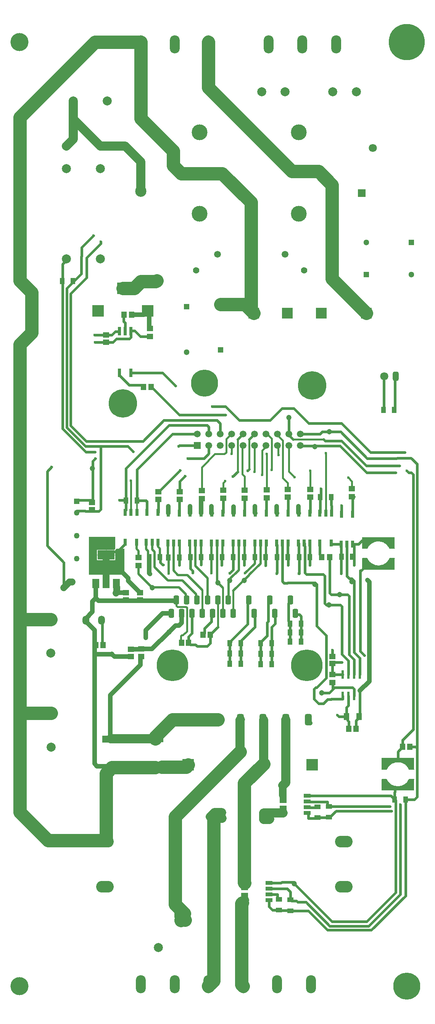
<source format=gtl>
%FSTAX23Y23*%
%MOIN*%
%SFA1B1*%

%IPPOS*%
%AMD102*
4,1,8,0.029500,-0.034400,0.029500,0.034400,0.014800,0.049200,-0.014800,0.049200,-0.029500,0.034400,-0.029500,-0.034400,-0.014800,-0.049200,0.014800,-0.049200,0.029500,-0.034400,0.0*
1,1,0.029528,0.014800,-0.034400*
1,1,0.029528,0.014800,0.034400*
1,1,0.029528,-0.014800,0.034400*
1,1,0.029528,-0.014800,-0.034400*
%
%AMD103*
4,1,8,0.023600,-0.027600,0.023600,0.027600,0.011800,0.039400,-0.011800,0.039400,-0.023600,0.027600,-0.023600,-0.027600,-0.011800,-0.039400,0.011800,-0.039400,0.023600,-0.027600,0.0*
1,1,0.023622,0.011800,-0.027600*
1,1,0.023622,0.011800,0.027600*
1,1,0.023622,-0.011800,0.027600*
1,1,0.023622,-0.011800,-0.027600*
%
%AMD107*
4,1,8,0.025600,-0.026600,0.025600,0.026600,0.012800,0.039400,-0.012800,0.039400,-0.025600,0.026600,-0.025600,-0.026600,-0.012800,-0.039400,0.012800,-0.039400,0.025600,-0.026600,0.0*
1,1,0.025591,0.012800,-0.026600*
1,1,0.025591,0.012800,0.026600*
1,1,0.025591,-0.012800,0.026600*
1,1,0.025591,-0.012800,-0.026600*
%
%ADD13C,0.023622*%
%ADD15C,0.005905*%
%ADD17C,0.011811*%
%ADD27R,0.021968X0.077559*%
%ADD54C,0.050000*%
%ADD55R,0.050000X0.050000*%
%ADD66R,0.039370X0.055118*%
%ADD67R,0.275590X0.019685*%
%ADD68R,0.055118X0.039370*%
%ADD69C,0.047244*%
%ADD70R,0.051181X0.055118*%
%ADD71R,0.055118X0.051181*%
%ADD72R,0.053150X0.045275*%
%ADD73R,0.047244X0.064960*%
%ADD74R,0.143701X0.062992*%
%ADD75R,0.045275X0.053150*%
%ADD76R,0.031496X0.059055*%
%ADD77R,0.031496X0.074803*%
%ADD78R,0.062992X0.033465*%
%ADD79R,0.062992X0.049212*%
%ADD80R,0.062992X0.047244*%
%ADD81R,0.149606X0.078740*%
%ADD82R,0.059055X0.078740*%
%ADD83C,0.019685*%
%ADD84C,0.039370*%
%ADD85C,0.118110*%
%ADD86C,0.078740*%
%ADD87C,0.015748*%
%ADD88C,0.059055*%
%ADD89C,0.066929*%
%ADD90R,0.059055X0.059055*%
%ADD91C,0.059055*%
%ADD92C,0.078740*%
%ADD93C,0.070866*%
%ADD94R,0.070866X0.070866*%
%ADD95C,0.248031*%
%ADD96R,0.094488X0.094488*%
%ADD97R,0.098425X0.098425*%
%ADD98C,0.051181*%
%ADD99R,0.051181X0.051181*%
%ADD100O,0.086614X0.157480*%
%ADD101C,0.275590*%
G04~CAMADD=102~8~0.0~0.0~984.3~590.6~147.6~0.0~15~0.0~0.0~0.0~0.0~0~0.0~0.0~0.0~0.0~0~0.0~0.0~0.0~270.0~590.0~984.0*
%ADD102D102*%
G04~CAMADD=103~8~0.0~0.0~787.4~472.4~118.1~0.0~15~0.0~0.0~0.0~0.0~0~0.0~0.0~0.0~0.0~0~0.0~0.0~0.0~270.0~474.0~788.0*
%ADD103D103*%
%ADD104R,0.051181X0.051181*%
%ADD105C,0.056102*%
%ADD106C,0.137795*%
G04~CAMADD=107~8~0.0~0.0~787.4~511.8~128.0~0.0~15~0.0~0.0~0.0~0.0~0~0.0~0.0~0.0~0.0~0~0.0~0.0~0.0~270.0~513.0~788.0*
%ADD107D107*%
%ADD108O,0.153543X0.102362*%
%ADD109C,0.236220*%
%ADD110C,0.314960*%
%ADD111C,0.157480*%
%ADD112O,0.059055X0.078740*%
%ADD113C,0.098425*%
%ADD114C,0.023622*%
%ADD115C,0.039370*%
%LNservo_pwr-1*%
%LPD*%
G36*
X03003Y03854D02*
X0296D01*
X02956Y03866*
X02944Y03877*
X0294Y03885*
X02929Y03893*
X02917Y03901*
X02901Y03909*
X02889Y03913*
X02874Y03917*
X0285*
X02834Y03913*
X02822Y03909*
X02807Y03901*
X02795Y03893*
X02783Y03885*
X02779Y03877*
X02767Y03866*
X02763Y03854*
X0272*
Y03952*
X03003*
Y03854*
G37*
G36*
Y03669D02*
X0272D01*
Y03767*
X02763*
X02767Y03755*
X02779Y03744*
X02783Y03736*
X02795Y03728*
X02807Y0372*
X02822Y03712*
X02834Y03708*
X0285Y03704*
X02874*
X02889Y03708*
X02901Y03712*
X02917Y0372*
X02929Y03728*
X0294Y03736*
X02944Y03744*
X02956Y03755*
X0296Y03767*
X03003*
Y03669*
G37*
G36*
X00562Y03858D02*
Y03853D01*
Y0385*
X00555Y03841*
X00552*
X00486*
Y03799*
X00564*
Y03833*
Y03838*
Y03841*
X00571Y0385*
X00574*
X00641*
Y03736*
Y03625*
X00334*
Y03956*
X00562*
Y03858*
G37*
G36*
X03173Y01929D02*
X03129D01*
X03125Y0194*
X03114Y01952*
X0311Y0196*
X03098Y01968*
X03086Y01976*
X0307Y01984*
X03059Y01988*
X03043Y01992*
X03019*
X03003Y01988*
X02992Y01984*
X02976Y01976*
X02964Y01968*
X02952Y0196*
X02948Y01952*
X02937Y0194*
X02933Y01929*
X02889*
Y02027*
X03173*
Y01929*
G37*
G36*
Y01744D02*
X02889D01*
Y01842*
X02933*
X02937Y0183*
X02948Y01818*
X02952Y01811*
X02964Y01803*
X02976Y01795*
X02992Y01787*
X03003Y01783*
X03019Y01779*
X03043*
X03059Y01783*
X0307Y01787*
X03086Y01795*
X03098Y01803*
X0311Y01811*
X03114Y01818*
X03125Y0183*
X03129Y01842*
X03173*
Y01744*
G37*
%LNservo_pwr-2*%
%LPC*%
G36*
X00481Y03841D02*
X00404D01*
Y03799*
X00481*
Y03841*
G37*
G36*
X00564Y03794D02*
X00486D01*
Y03752*
X00564*
Y03794*
G37*
G36*
X00481D02*
X00404D01*
Y03752*
X00481*
Y03794*
G37*
%LNservo_pwr-3*%
%LPD*%
G54D13*
X0208Y03555D02*
D01*
X02072Y03554*
X02063Y03553*
X02059Y03553*
X00173Y06074D02*
X00312Y06214D01*
X00173Y04926D02*
Y06074D01*
X00312Y06214D02*
Y06387D01*
X03Y05062D02*
X03005Y05068D01*
Y05348*
X03011Y05354*
X02905Y05062D02*
X02909Y05066D01*
Y0535*
X02913Y05354*
X0265Y02568D02*
Y02627D01*
X02637Y02641D02*
X0265Y02627D01*
X0248Y02641D02*
X02637D01*
X03074Y02185D02*
X03165Y02275D01*
X03074Y02124D02*
Y02185D01*
X03165Y02275D02*
Y04497D01*
X01578Y04751D02*
X01579Y04752D01*
X02539Y04791D02*
X02755Y04574D01*
X03047*
X02433Y0487D02*
X02531D01*
X02369D02*
X02433D01*
X03098Y00826D02*
Y01665D01*
X01834Y02844D02*
Y02935D01*
Y03029D02*
D01*
Y02935D02*
Y03029D01*
X02251Y04944D02*
X02539D01*
X02791Y04692D02*
X03094D01*
X02539Y04944D02*
X02791Y04692D01*
X01917Y04972D02*
X02019Y05074D01*
X02122D02*
X02251Y04944D01*
X02019Y05074D02*
X02122D01*
X01527Y0509D02*
X01645Y04972D01*
X01409Y0509D02*
X01527D01*
X01645Y04972D02*
X01917D01*
X0311Y04531D02*
X03126Y04514D01*
X03148*
X03165Y04497*
X03031Y02009D02*
Y0208D01*
X03074Y02124*
X01393Y03027D02*
Y03102D01*
X01366Y03D02*
X01393Y03027D01*
X01279Y03D02*
X01366D01*
X01204Y03029D02*
Y03031D01*
Y03029D02*
X01218Y03015D01*
X01263*
X01279Y03*
X03051Y00838D02*
Y01622D01*
X02775Y00562D02*
X03051Y00838D01*
X03003Y01673D02*
Y01728D01*
Y01665D02*
Y01673D01*
X02996Y01681D02*
X03003Y01673D01*
X02988Y01681D02*
X02996D01*
X0297Y01698D02*
X02988Y01681D01*
X0224Y01698D02*
X0297D01*
X02927Y01761D02*
X03009D01*
X02925Y01759D02*
X02927Y01761D01*
X02492Y01566D02*
X02976D01*
X02437Y01511D02*
X02492Y01566D01*
X03011Y00854D02*
Y01657D01*
X02759Y00602D02*
X03011Y00854D01*
X03003Y01665D02*
X03011Y01657D01*
X02429Y01511D02*
X02437D01*
X00511Y03824D02*
X0058D01*
X00484Y03797D02*
X00511Y03824D01*
X00649Y03893D02*
Y03907D01*
X0058Y03824D02*
X00649Y03893D01*
X02448Y0423D02*
Y04303D01*
Y0423D02*
X02453Y04225D01*
X02352Y04301D02*
X02354Y04303D01*
X02352Y04165D02*
Y04301D01*
X0235Y04163D02*
X02352Y04165D01*
X02354Y04303D02*
X02358Y04307D01*
Y04374*
X00653Y04275D02*
X00657Y04271D01*
X00598Y04275D02*
X00653D01*
X00449Y03018D02*
X00456Y03011D01*
X00449Y03018D02*
Y03221D01*
X00442Y03228D02*
X00449Y03221D01*
X01204Y03031D02*
Y03086D01*
X01232Y03114D02*
Y03287D01*
X01204Y03086D02*
X01232Y03114D01*
X01393Y03102D02*
Y03104D01*
X01458Y03169*
X01401Y03275D02*
X01413Y03287D01*
X01401Y03216D02*
Y03275D01*
X0133Y03102D02*
X01344Y03116D01*
Y03159*
X01401Y03216*
X02079Y04843D02*
Y04995D01*
X02078Y04996D02*
X02079Y04995D01*
X01121Y05019D02*
X01527D01*
X01631Y04804D02*
X01679Y04852D01*
X0159Y0448D02*
X01631Y04521D01*
X01125Y04349D02*
Y04437D01*
X01173Y04484*
X00944Y04349D02*
X0113Y04534D01*
X0172Y04531D02*
X01733Y04544D01*
Y04806D02*
X01779Y04852D01*
X0094Y04349D02*
X00944D01*
X02228Y00771D02*
X02437Y00562D01*
X02157Y00771D02*
X02228D01*
X02437Y00562D02*
X02775D01*
X02094Y00696D02*
X02248D01*
X02417Y00527D02*
X02799D01*
X02248Y00696D02*
X02417Y00527D01*
X02114Y00944D02*
X02456Y00602D01*
X02759*
X02018Y00944D02*
X02114D01*
X02799Y00527D02*
X03098Y00826D01*
X02179Y04752D02*
X02184Y04748D01*
X02527*
X02759Y04515D02*
X03011D01*
X02527Y04748D02*
X02759Y04515D01*
X02429Y01606D02*
X02964D01*
X02423D02*
X02429D01*
X02415Y01614D02*
X02423Y01606D01*
X02415Y01614D02*
Y01645D01*
X0225Y015D02*
X0233D01*
Y01507D02*
X02332Y01509D01*
X02427*
X02429Y01511*
X01992Y007D02*
X01994Y00698D01*
X02092*
X02094Y00696*
X01937Y007D02*
X01992D01*
X01905Y00732D02*
X01937Y007D01*
X01905Y00732D02*
Y00787D01*
Y00837D02*
X01978D01*
X01986Y00795D02*
X01992D01*
X01978Y00803D02*
X01986Y00795D01*
X01978Y00803D02*
Y00837D01*
X02382Y04806D02*
X02397Y04791D01*
X02539*
X02079Y04843D02*
X02116Y04806D01*
X02094Y00791D02*
X02102Y00783D01*
X02145*
X02157Y00771*
X02094Y00791D02*
Y00858D01*
X02065Y00887D02*
X02094Y00858D01*
X01905Y00887D02*
X02065D01*
X01905Y00937D02*
X0201D01*
X02018Y00944*
X02179Y04852D02*
X02351D01*
X02369Y0487*
X02763Y04637D02*
X02898D01*
X02531Y0487D02*
X02763Y04637D01*
X03147Y04643D02*
X032Y0459D01*
X02898Y04637D02*
X0302D01*
X03026Y04643*
X03147*
X032Y02112D02*
Y0459D01*
Y01688D02*
Y02112D01*
X03137Y02125D02*
X03186D01*
X032Y02112*
X03177Y01665D02*
X032Y01688D01*
X03098Y01665D02*
X03177D01*
X03003Y01728D02*
X03007Y01732D01*
Y01759*
X03009Y01761*
X03031*
X02515Y02389D02*
X02582D01*
X02503Y02401D02*
X02515Y02389D01*
X026Y02486D02*
Y02568D01*
X02582Y02468D02*
X026Y02486D01*
X02582Y02389D02*
Y02468D01*
X027Y02567D02*
X027Y02568D01*
X027Y02397D02*
Y02567D01*
X02692Y02389D02*
X027Y02397D01*
X0224Y01648D02*
X02243Y01645D01*
X02415*
X0224Y01548D02*
X02245D01*
X0225Y01543*
Y015D02*
Y01543D01*
X0224Y01598D02*
X02242Y01596D01*
X02328*
X0233Y01594*
X00876Y05259D02*
Y05263D01*
Y05259D02*
X00887Y05249D01*
X00891*
X01121Y05019*
X00808Y05263D02*
Y05267D01*
X00797Y05278D02*
X00808Y05267D01*
X00793Y05278D02*
X00797D01*
X00792Y05279D02*
X00793Y05278D01*
X00683Y05279D02*
X00792D01*
X00598Y05364D02*
Y05385D01*
Y05364D02*
X00683Y05279D01*
X01082D02*
D01*
X0109Y05271D01*
X00976Y05385D02*
X01082Y05279D01*
X007Y05385D02*
X00976D01*
X00101Y04899D02*
Y06333D01*
Y04899D02*
X00306Y04694D01*
X00137Y0637D02*
Y06377D01*
X00101Y06333D02*
X00137Y0637D01*
X00637Y05892D02*
X00638Y05893D01*
X00637Y05833D02*
Y05892D01*
X00649Y05748D02*
Y05821D01*
X00637Y05833D02*
X00649Y05821D01*
X007Y05748D02*
X00704Y05751D01*
X00733*
X00783Y05701*
X00866*
X00173Y04926D02*
X0031Y04789D01*
X00139Y04908D02*
Y06123D01*
Y04908D02*
X00304Y04744D01*
X00139Y06123D02*
X00265Y06249D01*
X00384Y05715D02*
X00481D01*
X00385Y05651D02*
X0048D01*
X00481Y05652*
X00436Y04194D02*
Y04744D01*
X00265Y06398D02*
X0027Y06403D01*
X00265Y06249D02*
Y06398D01*
X00312Y06387D02*
X00436Y0651D01*
X00366Y04279D02*
Y04615D01*
X00226Y04275D02*
X00361D01*
X00304Y04177D02*
X00418D01*
X00226Y0418D02*
X003D01*
X00306Y04694D02*
X00386D01*
X-00032Y04525D02*
X00006Y04564D01*
X0027Y06403D02*
Y06479D01*
X00372Y0658*
X0031Y04789D02*
X00805D01*
X00304Y04744D02*
X00436D01*
X00114Y03511D02*
Y03733D01*
X-00032Y03879D02*
X00114Y03733D01*
X-00032Y03879D02*
Y04525D01*
X00481Y05652D02*
X00544D01*
X007Y05695D02*
Y05748D01*
X00686Y05682D02*
X007Y05695D01*
X00573Y05682D02*
X00686D01*
X00544Y05652D02*
X00573Y05682D01*
X00596Y05746D02*
X00598Y05748D01*
X00564Y05746D02*
X00596D01*
X00481Y05715D02*
X00534D01*
X00564Y05746*
X02637Y04153D02*
Y04293D01*
X02648Y04304*
X02649*
X02263Y04163D02*
X02265Y04165D01*
Y04298*
X02267Y043*
X02072Y04164D02*
X02073Y04163D01*
X02072Y04164D02*
Y04298D01*
X0207Y043D02*
X02072Y04298D01*
X01883Y04163D02*
X01884Y04164D01*
Y04295*
X01885Y04296*
X01693Y04163D02*
X01693Y04163D01*
X01693Y04163D02*
Y04291D01*
X01692Y04292D02*
X01693Y04291D01*
X01503Y04163D02*
X01505Y04165D01*
Y0429*
X01507Y04292*
X00837Y04266D02*
X00838Y04265D01*
X00832Y04271D02*
X00837Y04266D01*
X00838Y04167D02*
Y04265D01*
X02452Y04163D02*
Y04224D01*
X02453Y04225*
X02539Y04153D02*
X0254Y04154D01*
Y04229*
X00751Y04271D02*
X00832D01*
X01123Y04163D02*
X01124Y04164D01*
Y04279*
X01125Y0428*
X00937Y04167D02*
X00938Y04169D01*
Y04278*
X0094Y0428*
X00436Y04744D02*
X00674D01*
X003Y0418D02*
X00304Y04177D01*
X00418D02*
X00436Y04194D01*
X00361Y04275D02*
X00366Y04279D01*
Y04615D02*
X00389Y04638D01*
X01195Y04639D02*
X01338D01*
X00657Y04551D02*
X01033Y04927D01*
X00657Y04271D02*
Y04551D01*
X00751Y04271D02*
Y0454D01*
X01063Y04852*
X00657Y04188D02*
Y04271D01*
X01379Y04681D02*
Y04752D01*
X01338Y04639D02*
X01379Y04681D01*
X00436Y0651D02*
Y06528D01*
X00674Y04744D02*
X00718Y04699D01*
X00986Y0497D02*
X01452D01*
X00805Y04789D02*
X00986Y0497D01*
X01479Y04852D02*
Y04943D01*
X01452Y0497D02*
X01479Y04943D01*
X01033Y04927D02*
X01366D01*
X01379Y04852D02*
Y04913D01*
X01366Y04927D02*
X01379Y04913D01*
X01122Y04752D02*
X01279D01*
X01115Y04745D02*
X01122Y04752D01*
X01063Y04852D02*
X01279D01*
X00649Y04181D02*
X00657Y04188D01*
X00649Y04167D02*
Y04181D01*
X0207Y03779D02*
X02071Y03778D01*
Y03708D02*
Y03778D01*
X01875D02*
X01875Y03779D01*
X01875Y03705D02*
Y03778D01*
X01688Y03779D02*
X01689Y03778D01*
Y03708D02*
Y03778D01*
X01494Y03777D02*
X01496Y03779D01*
X01494Y03708D02*
Y03777D01*
X01312Y03779D02*
X01314Y0378D01*
X01312Y03711D02*
Y03779D01*
X01122Y03708D02*
Y03775D01*
X00975Y03712D02*
X00981D01*
X00954Y03779D02*
X00956Y03777D01*
Y03731D02*
Y03777D01*
Y03731D02*
X00975Y03712D01*
X02263Y03707D02*
Y03779D01*
Y03707D02*
D01*
X02169Y03636D02*
Y03779D01*
X02167Y03634D02*
X02169Y03636D01*
X01976Y0364D02*
Y03779D01*
X01971Y03635D02*
X01976Y0364D01*
X01594Y03669D02*
Y03779D01*
X01564Y03639D02*
X01594Y03669D01*
X0122Y03678D02*
Y03779D01*
X01239Y0364D02*
Y03659D01*
X0122Y03678D02*
X01239Y03659D01*
X02535Y03635D02*
Y03893D01*
X02448Y03897D02*
Y03903D01*
Y03897D02*
X02452Y03893D01*
X02535*
X0235Y038D02*
Y03903D01*
Y038D02*
X02367Y03783D01*
Y03779D02*
Y03783D01*
X02263Y03779D02*
Y03903D01*
Y03779D02*
D01*
X02165Y03783D02*
Y03899D01*
X02161Y03903D02*
X02165Y03899D01*
Y03783D02*
X02169Y03779D01*
X02212Y03903D02*
X02216Y03899D01*
Y03874D02*
Y03899D01*
Y03874D02*
X02219Y03871D01*
Y03643D02*
Y03871D01*
Y03643D02*
X02233Y03629D01*
X02379*
X02429Y03362D02*
X02529D01*
X02407D02*
X02429D01*
X02449Y03452D02*
X02592D01*
X02436Y03466D02*
Y03779D01*
Y03466D02*
X02449Y03452D01*
X02592D02*
X02606Y03438D01*
Y02929D02*
Y03438D01*
X02393Y03376D02*
Y03616D01*
X02543Y02933D02*
Y03348D01*
X02393Y03376D02*
X02407Y03362D01*
X02529D02*
X02543Y03348D01*
X02322Y03177D02*
Y03541D01*
X02104Y03555D02*
X02308D01*
X02322Y03541*
X02022Y03567D02*
Y03903D01*
X02036Y03553D02*
X02059D01*
X02022Y03567D02*
X02036Y03553D01*
X02322Y03177D02*
X02405Y03094D01*
X0208Y03555D02*
X02104D01*
X02379Y03629D02*
X02393Y03616D01*
X02543Y02933D02*
X026Y02875D01*
Y02754D02*
Y02875D01*
X02606Y02929D02*
X0265Y02884D01*
Y02754D02*
Y02884D01*
X02608Y0359D02*
X02629D01*
X02586Y03612D02*
Y03893D01*
Y03612D02*
X02608Y0359D01*
X02629D02*
X02649Y0357D01*
Y02948D02*
Y0357D01*
X027Y02754D02*
Y02897D01*
X02649Y02948D02*
X027Y02897D01*
X0246Y0285D02*
X02472Y02862D01*
X02543*
X02702Y03661D02*
X02712D01*
X02702Y02958D02*
X0274Y02921D01*
X02702Y02958D02*
Y03661D01*
X02738Y03687D02*
X02862D01*
X02712Y03661D02*
X02738Y03687D01*
X02633Y03889D02*
X02649Y03874D01*
Y03708D02*
Y03874D01*
X02797Y03935D02*
X02862D01*
X02783Y03921D02*
X02797Y03935D01*
X02637Y03893D02*
X02689D01*
X02717Y03921*
X02783*
X0207Y03779D02*
Y039D01*
X01976Y03779D02*
Y03884D01*
X01971Y03889D02*
X01976Y03884D01*
X01971Y03889D02*
Y03903D01*
X02322Y02641D02*
X02405Y02724D01*
Y03094*
X02299Y02543D02*
Y02627D01*
X02313Y02641*
X02322*
X02338Y02503D02*
X02381D01*
X02299Y02543D02*
X02338Y02503D01*
X02381D02*
X02417Y02539D01*
X02448*
X0255Y02542D02*
Y02568D01*
X0255Y02541D02*
X0255Y02542D01*
X0245Y02541D02*
X0255D01*
X02448Y02539D02*
X0245Y02541D01*
X02665Y02283D02*
Y02353D01*
X02692Y0238*
Y02389*
X02582D02*
X02594Y02377D01*
Y02354D02*
Y02377D01*
Y02354D02*
X02602Y02346D01*
Y02283D02*
Y02346D01*
X0246Y02913D02*
Y02968D01*
Y02754D02*
Y0285D01*
X02366Y02594D02*
X02433D01*
X02462Y02624*
X0248Y02641*
X02462Y02624D02*
Y02684D01*
X027Y02568D02*
Y02614D01*
X0246Y02754D02*
X0255D01*
Y02755*
X0246Y02686D02*
X02462Y02684D01*
X0255Y02754D02*
Y02755D01*
X0255Y02755D02*
X0255Y02755D01*
X02633Y03889D02*
X02637Y03893D01*
X0172Y03196D02*
Y03395D01*
X01572Y03049D02*
X0172Y03196D01*
Y03395D02*
X0173Y03405D01*
X01572Y03037D02*
Y03049D01*
X01564Y03029D02*
X01572Y03037D01*
X01564Y02938D02*
Y03029D01*
X01659Y02938D02*
Y03029D01*
X01667Y03037D02*
Y03055D01*
X01659Y02848D02*
Y02938D01*
X01781Y03169D02*
Y03281D01*
X01667Y03055D02*
X01781Y03169D01*
X01659Y03029D02*
X01667Y03037D01*
X01899Y03218D02*
Y03393D01*
X01889Y03208D02*
X01899Y03218D01*
Y03393D02*
X01911Y03405D01*
X01834Y03037D02*
X01889Y03092D01*
Y03208*
X01564Y02848D02*
Y02938D01*
X01775Y03287D02*
X01781Y03281D01*
X01834Y03029D02*
Y03037D01*
X01956Y03287D02*
X01958Y03285D01*
Y03198D02*
Y03285D01*
X01929Y03029D02*
Y03169D01*
X01958Y03198*
X01929Y02935D02*
Y03029D01*
Y02844D02*
Y02935D01*
Y03029D02*
D01*
X02076Y0322D02*
X0209Y03206D01*
Y0312D02*
Y03206D01*
X02076Y0322D02*
Y03374D01*
X02092Y03389*
Y03405*
X0209Y03041D02*
Y0312D01*
X02185Y03198D02*
Y03263D01*
X02137Y03287D02*
X02147Y03277D01*
X02171*
X02185Y03263*
Y0312D02*
Y03198D01*
Y03041D02*
Y0312D01*
G54D15*
X03031Y01778D02*
D01*
X03038Y01778*
X03046Y01779*
X03053Y0178*
X03061Y01782*
X03068Y01784*
X03075Y01787*
X03081Y0179*
X03088Y01794*
X03094Y01798*
X031Y01803*
X03106Y01808*
X03111Y01813*
X03116Y01819*
X0312Y01825*
X03124Y01832*
X03128Y01838*
X03129Y01842*
X02933D02*
D01*
X02936Y01835*
X0294Y01829*
X02944Y01823*
X02948Y01817*
X02953Y01811*
X02959Y01806*
X02964Y01801*
X0297Y01796*
X02977Y01792*
X02983Y01789*
X0299Y01786*
X02997Y01783*
X03005Y01781*
X03012Y0178*
X03019Y01778*
X03027Y01778*
X03031Y01778*
X03129Y01929D02*
D01*
X03126Y01935*
X03122Y01942*
X03118Y01948*
X03114Y01954*
X03109Y0196*
X03103Y01965*
X03098Y0197*
X03092Y01974*
X03085Y01978*
X03079Y01982*
X03072Y01985*
X03065Y01987*
X03057Y0199*
X0305Y01991*
X03043Y01992*
X03035Y01993*
X03031Y01993*
D01*
X03023Y01993*
X03016Y01992*
X03009Y01991*
X03001Y01989*
X02994Y01986*
X02987Y01984*
X02981Y0198*
X02974Y01977*
X02968Y01972*
X02962Y01968*
X02956Y01963*
X02951Y01957*
X02946Y01952*
X02942Y01945*
X02938Y01939*
X02934Y01932*
X02933Y01929*
X02862Y03918D02*
D01*
X02854Y03918*
X02847Y03917*
X02839Y03916*
X02832Y03914*
X02825Y03912*
X02818Y03909*
X02811Y03905*
X02805Y03902*
X02798Y03898*
X02793Y03893*
X02787Y03888*
X02782Y03882*
X02777Y03877*
X02773Y03871*
X02769Y03864*
X02765Y03858*
X02763Y03854*
X0296D02*
D01*
X02957Y03861*
X02953Y03867*
X02949Y03873*
X02944Y03879*
X02939Y03885*
X02934Y0389*
X02928Y03895*
X02922Y03899*
X02916Y03903*
X02909Y03907*
X02902Y0391*
X02895Y03913*
X02888Y03915*
X02881Y03916*
X02873Y03917*
X02866Y03918*
X02862Y03918*
X02763Y03767D02*
D01*
X02767Y0376*
X0277Y03754*
X02774Y03748*
X02779Y03742*
X02784Y03736*
X02789Y03731*
X02795Y03726*
X02801Y03722*
X02808Y03718*
X02814Y03714*
X02821Y03711*
X02828Y03708*
X02835Y03706*
X02843Y03705*
X0285Y03704*
X02857Y03703*
X02862Y03703*
D01*
X02869Y03703*
X02877Y03704*
X02884Y03705*
X02891Y03707*
X02898Y03709*
X02905Y03712*
X02912Y03716*
X02919Y03719*
X02925Y03724*
X02931Y03728*
X02936Y03733*
X02942Y03739*
X02946Y03744*
X02951Y0375*
X02955Y03757*
X02958Y03763*
X0296Y03767*
X02891Y01842D02*
X02933D01*
X03129D02*
X03171D01*
X02891Y01929D02*
X02933D01*
X03129D02*
X03171D01*
X0296Y03767D02*
X03001D01*
X02722D02*
X02763D01*
X02722Y03854D02*
X02763D01*
X0296D02*
X03001D01*
G54D17*
X00751Y04167D02*
Y04271D01*
D01*
G54D27*
X0255Y02568D03*
X026D03*
X0265D03*
X027D03*
Y02754D03*
X0265D03*
X026D03*
X0255D03*
G54D54*
X00226Y03764D03*
Y03964D03*
Y04164D03*
G54D55*
X00226Y04264D03*
G54D66*
X02905Y05062D03*
X03D03*
X00098Y06185D03*
X00192D03*
X02448Y04303D03*
X02354D03*
X03098Y01665D03*
X03003D03*
X02539Y03783D03*
X02633D03*
X0209Y03198D03*
X02185D03*
X0209Y0312D03*
X02185D03*
X0209Y03041D03*
X02185D03*
X01834Y03029D03*
X01929D03*
X01834Y02935D03*
X01929D03*
X01834Y02844D03*
X01929D03*
X01564Y03029D03*
X01659D03*
X01564Y02938D03*
X01659D03*
X01564Y02848D03*
X01659D03*
X0207Y03779D03*
X01976D03*
X00954D03*
X0086D03*
X01122Y03775D03*
X01027D03*
X0122Y03779D03*
X01314D03*
X02169D03*
X02263D03*
X01496D03*
X01401D03*
X01688D03*
X01594D03*
X00751Y04271D03*
X00657D03*
X01781Y03779D03*
X01875D03*
G54D67*
X03031Y02009D03*
Y01761D03*
X02862Y03935D03*
Y03687D03*
G54D68*
X02094Y00696D03*
Y00791D03*
X01992Y007D03*
Y00795D03*
X0233Y01507D03*
Y01602D03*
X02429Y01511D03*
Y01606D03*
G54D69*
X02307Y0474D03*
X02078Y04996D03*
X02125Y00933D03*
X00363Y04553D03*
X00114Y03511D03*
X00528Y03928D03*
X02433Y0487D03*
X01688Y03574D03*
X01562D03*
X0146Y03555D03*
X02366Y02594D03*
X00531Y02933D03*
X01031Y03125D03*
X00885Y03513D03*
X02429Y03362D03*
X02307Y03543D03*
X02521Y03452D03*
X02629Y03566D03*
G54D70*
X00456Y03011D03*
X00393D03*
X01393Y03102D03*
X0133D03*
X01204Y03031D03*
X01141D03*
X02602Y02283D03*
X02665D03*
X03137Y02125D03*
X03074D03*
G54D71*
X00358Y04255D03*
Y04192D03*
X0246Y0285D03*
Y02913D03*
X00657Y03468D03*
Y03405D03*
X00779Y03468D03*
Y03405D03*
X007Y02974D03*
Y02911D03*
X00481Y05715D03*
Y05652D03*
G54D72*
X0263Y04305D03*
Y04374D03*
X0094Y0428D03*
Y04349D03*
X01125Y0428D03*
Y04349D03*
X01318Y04288D03*
Y04357D03*
X01507Y04292D03*
Y04361D03*
X01692Y04292D03*
Y04361D03*
X01885Y04296D03*
Y04365D03*
X02267Y043D03*
Y04369D03*
X0207Y043D03*
Y04369D03*
X0246Y02754D03*
Y02686D03*
X00789Y0291D03*
Y02979D03*
X00767Y03705D03*
Y03774D03*
X00866Y0577D03*
Y05701D03*
G54D73*
X02582Y02389D03*
X02692D03*
G54D74*
X00913Y02195D03*
Y01945D03*
X00716Y02195D03*
Y01945D03*
X00519Y02192D03*
Y01942D03*
G54D75*
X02436Y03779D03*
X02367D03*
X00707Y05893D03*
X00638D03*
X00808Y05263D03*
X00876D03*
G54D76*
X02263Y04163D03*
X02165D03*
X02161Y03903D03*
X02212D03*
X02263D03*
X02073Y04163D03*
X01975D03*
X01971Y03903D03*
X02022D03*
X02073D03*
X0235D03*
X02448D03*
X02452Y04163D03*
X02401D03*
X0235D03*
X01693D03*
X01595D03*
X01591Y03903D03*
X01642D03*
X01693D03*
X00937Y04167D03*
X00838D03*
X00834Y03907D03*
X00885D03*
X00937D03*
X01123Y04163D03*
X01025D03*
X01021Y03903D03*
X01072D03*
X01123D03*
X01313Y04163D03*
X01215D03*
X01211Y03903D03*
X01262D03*
X01313D03*
X01503Y04163D03*
X01405D03*
X01401Y03903D03*
X01452D03*
X01503D03*
X01883Y04163D03*
X01785D03*
X01781Y03903D03*
X01832D03*
X01883D03*
X00649Y03907D03*
X00748D03*
X00751Y04167D03*
X007D03*
X00649D03*
X02637Y04153D03*
X02539D03*
X02535Y03893D03*
X02586D03*
X02637D03*
G54D77*
X00598Y05748D03*
X00649D03*
X007D03*
Y05385D03*
X00598D03*
G54D78*
X01905Y00787D03*
Y00837D03*
Y00887D03*
Y00937D03*
X01694Y00787D03*
Y00937D03*
X0224Y01548D03*
Y01598D03*
Y01648D03*
Y01698D03*
X02028Y01548D03*
Y01698D03*
G54D79*
X01694Y00827D03*
X02028Y01588D03*
G54D80*
X01694Y00897D03*
X02028Y01658D03*
G54D81*
X00484Y03797D03*
G54D82*
X00574Y03549D03*
X00484D03*
X00393D03*
G54D83*
X01029Y03634D02*
Y03773D01*
X01027Y03775D02*
X01029Y03773D01*
X01832Y03722D02*
Y03903D01*
X01734Y03624D02*
X01832Y03722D01*
X01452Y03563D02*
Y03903D01*
X01262Y03702D02*
X01368Y03596D01*
Y03405D02*
Y03596D01*
X01262Y03702D02*
Y03903D01*
X01024Y03574D02*
X01149D01*
X00905Y03693D02*
Y03826D01*
Y03693D02*
X01024Y03574D01*
X01781Y03723D02*
Y03779D01*
X01696Y03638D02*
X01781Y03723D01*
X01576Y036D02*
Y036D01*
X01594Y03618D02*
X01594D01*
X01576Y036D02*
X01594Y03618D01*
X01551Y03574D02*
X01576Y036D01*
X01594Y03618D02*
X01611Y03635D01*
X01594Y03618D02*
Y03618D01*
X01611Y03635D02*
X01612D01*
X01401Y03779D02*
D01*
Y03637D02*
Y03779D01*
X0111Y03622D02*
X01192D01*
X01322Y03492*
X01268Y03414D02*
X01277Y03405D01*
X01268Y03414D02*
Y03455D01*
X01149Y03574D02*
X01268Y03455D01*
X00887Y03515D02*
X01118D01*
X01178Y03414D02*
Y03455D01*
Y03414D02*
X01187Y03405D01*
X01118Y03515D02*
X01178Y03455D01*
X01551Y03407D02*
Y03574D01*
X01612Y03635D02*
X01642Y03666D01*
Y03903*
X01716Y03605D02*
Y03606D01*
X01716D02*
X01734Y03623D01*
X01716Y03606D02*
X01716D01*
X01594Y03484D02*
X01698Y03588D01*
X01699*
X01734Y03623D02*
Y03624D01*
X01699Y03588D02*
X01716Y03605D01*
X00748Y03907D02*
D01*
Y0385D02*
Y03907D01*
X00767Y03774D02*
Y0383D01*
X00748Y0385D02*
X00767Y0383D01*
Y03631D02*
X00885Y03513D01*
X00767Y03631D02*
Y03705D01*
X00885Y03513D02*
X00887Y03515D01*
X01879Y03899D02*
X01883Y03903D01*
X01879Y03783D02*
Y03899D01*
X01875Y03779D02*
X01879Y03783D01*
X01781Y03903D02*
X01781Y03903D01*
Y03779D02*
Y03903D01*
Y03779D02*
X01781Y03779D01*
X01549Y03405D02*
X01551Y03407D01*
X01691Y03901D02*
X01693Y03903D01*
X01691Y03781D02*
Y03901D01*
X01688Y03779D02*
X01691Y03781D01*
X01591Y03903D02*
X01592Y03901D01*
Y03781D02*
Y03901D01*
Y03781D02*
X01594Y03779D01*
X01452Y03563D02*
X01503Y03511D01*
X01499Y03899D02*
X01503Y03903D01*
X01499Y03783D02*
Y03899D01*
X01496Y03779D02*
X01499Y03783D01*
X01401Y03903D02*
X01401Y03903D01*
Y03779D02*
Y03903D01*
Y03779D02*
X01401Y03779D01*
X01313Y03903D02*
X01314Y03902D01*
Y0378D02*
Y03902D01*
X01211Y03903D02*
X01215Y03898D01*
Y03784D02*
Y03898D01*
Y03784D02*
X0122Y03779D01*
X01072Y0366D02*
Y03903D01*
Y0366D02*
X0111Y03622D01*
X01123Y03903D02*
X01125Y03901D01*
Y03781D02*
Y03901D01*
X01021Y03799D02*
Y03903D01*
Y03799D02*
X01033Y03787D01*
Y03779D02*
Y03787D01*
X00885Y03846D02*
Y03907D01*
Y03846D02*
X00905Y03826D01*
X00937Y0387D02*
Y03907D01*
Y0387D02*
X00954Y03852D01*
Y03779D02*
Y03852D01*
X0085Y03789D02*
X0086Y03779D01*
X0085Y03789D02*
Y03832D01*
X00834Y03848D02*
X0085Y03832D01*
X00834Y03848D02*
Y03907D01*
G54D84*
X0086Y03639D02*
Y03779D01*
Y03639D02*
X00866Y03633D01*
X00779Y03397D02*
X01092D01*
X00657D02*
X00779D01*
X00381Y03011D02*
Y03141D01*
X00417Y03397D02*
X00657D01*
X02783Y02696D02*
Y03562D01*
X00862Y0577D02*
X00866D01*
X00859Y05773D02*
X00862Y0577D01*
X00859Y05773D02*
Y05912D01*
X00846Y05925D02*
X00859Y05912D01*
X00707Y05893D02*
X00814D01*
X00846Y05925*
X01313Y04163D02*
Y04285D01*
X01316Y04288*
X01318*
X01404Y04163D02*
X01405Y04163D01*
X01404Y04163D02*
Y0422D01*
X01595Y04163D02*
X01597Y04165D01*
Y04219*
X01784Y04164D02*
X01785Y04163D01*
X01784Y04164D02*
Y0422D01*
X01973Y04165D02*
X01975Y04163D01*
X01973Y04165D02*
Y04221D01*
X02164Y04164D02*
X02165Y04163D01*
X02164Y04164D02*
Y04221D01*
X01215Y04163D02*
X01215Y04163D01*
Y0422*
X01025Y04163D02*
X01025Y04163D01*
Y04221*
X02767Y03578D02*
X02783Y03562D01*
X027Y02614D02*
X02783Y02696D01*
X00574Y03468D02*
X00657D01*
X00677Y0357D02*
X00779Y03468D01*
X00515Y03657D02*
X00614D01*
X00484Y03688D02*
X00515Y03657D01*
X00614D02*
X00677Y03594D01*
Y0357D02*
Y03594D01*
X02257Y02332D02*
X02266D01*
X02248Y02342D02*
X02257Y02332D01*
X02248Y02342D02*
Y02362D01*
X02283Y01968D02*
X02309Y01994D01*
X0083Y03074D02*
Y03141D01*
X00976Y03287*
X01051*
X01088Y03181D02*
X01118D01*
X01141Y03204D02*
Y03287D01*
X01118Y03181D02*
X01141Y03204D01*
X01031Y03125D02*
X01033D01*
X01088Y03181*
X00789Y02979D02*
X00884D01*
X01031Y03125*
X007Y02974D02*
X0078D01*
X00785Y02979*
X00789*
X00555Y02911D02*
X007D01*
X00533Y02933D02*
X00555Y02911D01*
X00531Y02933D02*
X00533D01*
X00786Y0291D02*
X00789D01*
X00783Y02907D02*
X00786Y0291D01*
X00783Y02838D02*
Y02907D01*
X01141Y03287D02*
D01*
X00381Y02937D02*
Y03011D01*
Y01977D02*
Y02937D01*
X00385Y02933D02*
X00531D01*
X00381Y02937D02*
X00385Y02933D01*
X00305Y03228D02*
Y03243D01*
Y03218D02*
Y03228D01*
Y03218D02*
X00381Y03141D01*
X00404Y01954D02*
X00507D01*
X00381Y01977D02*
X00404Y01954D01*
X00507D02*
X00519Y01942D01*
Y02192D02*
Y02574D01*
X00783Y02838*
X00305Y03243D02*
X00364Y03302D01*
Y03392*
X00393Y03421*
X01092Y03397D02*
X01096Y03401D01*
X00393Y03421D02*
Y03549D01*
Y03421D02*
X00417Y03397D01*
G54D85*
X00787Y06181D02*
X00917D01*
X00925Y06188*
X01748Y0598D02*
Y0687D01*
X-00169Y0596D02*
Y06086D01*
Y05736D02*
Y0596D01*
X01748Y05929D02*
Y0598D01*
X-00023Y01307D02*
X00484D01*
X-00271Y06188D02*
X-00169Y06086D01*
X-00271Y06188D02*
Y0761D01*
Y05633D02*
X-00169Y05736D01*
X-00271Y03251D02*
Y05633D01*
Y0761D02*
X00385Y08267D01*
X-00255Y03236D02*
X0D01*
X-00271Y02429D02*
Y03251D01*
X-00255Y03236*
X-00271Y01555D02*
Y02429D01*
X-0026Y02418D02*
X00001D01*
X-00271Y02429D02*
X-0026Y02418D01*
X00728Y06122D02*
X00787Y06181D01*
X00629Y06122D02*
X00728D01*
X01688Y00942D02*
X01694Y00937D01*
X01688Y01807D02*
X01858Y01976D01*
X01688Y00942D02*
Y01807D01*
X01665Y00758D02*
X01673Y00766D01*
X01665Y00052D02*
Y00758D01*
X00484Y01307D02*
Y01892D01*
X01263Y02362D02*
X0146D01*
X01066D02*
X01263D01*
X00913Y02195D02*
Y0221D01*
X01064Y02362*
X01066*
X00716Y01945D02*
X00913D01*
X00532D02*
X00703D01*
X00484Y01892D02*
X00506Y01915D01*
X01665Y00052D02*
X01678Y00039D01*
X01377D02*
Y00043D01*
X01421Y00086*
Y01488*
X01086Y00751D02*
X01165Y00673D01*
X01137Y00649D02*
Y00673D01*
Y00649D02*
X01173Y00614D01*
X01086Y01515D02*
X01653Y02082D01*
X01086Y00751D02*
Y01515D01*
X-00271Y01555D02*
X-00023Y01307D01*
X01181Y01948D02*
X012Y01968D01*
X00968Y01948D02*
X01181D01*
X01136Y00613D02*
X01137Y00614D01*
X00385Y08267D02*
X00787D01*
X01748Y05929D02*
X01771Y05905D01*
X01696Y0598D02*
X01748Y05929D01*
X00787Y07602D02*
Y08267D01*
X0107Y07191D02*
Y07318D01*
X00787Y07602D02*
X0107Y07318D01*
X0114Y07122D02*
X01496D01*
X0107Y07191D02*
X0114Y07122D01*
X01496D02*
X01748Y0687D01*
X01484Y0598D02*
X01696D01*
X02106Y07141D02*
X02338D01*
X01377Y0787D02*
Y08267D01*
Y0787D02*
X02106Y07141D01*
X02338D02*
X02456Y07023D01*
Y06204D02*
Y07023D01*
Y06204D02*
X02755Y05905D01*
G54D86*
X00716Y02194D02*
X00911D01*
X00521D02*
X00716D01*
X01421Y015D02*
X01496D01*
X01393Y01515D02*
X01429Y01551D01*
X01903Y01548D02*
X02028D01*
X01901Y01547D02*
X01913D01*
X01858Y01492D02*
X01909D01*
X01858D02*
Y01547D01*
X01429Y01551D02*
X01493D01*
X01653Y02082D02*
Y02358D01*
X01657Y02362*
X01909Y01492D02*
X01913Y01496D01*
X01871Y01547D02*
X01901D01*
X01903Y01548*
X02051Y01811D02*
Y02362D01*
X02027Y01787D02*
X02051Y01811D01*
X01673Y00766D02*
X01694Y00787D01*
X01858Y01976D02*
Y02358D01*
X00649Y07362D02*
X00787Y07224D01*
Y06968D02*
Y07224D01*
X00196Y07421D02*
Y07598D01*
X00137Y07362D02*
X00196Y07421D01*
Y07598D02*
X00433Y07362D01*
X00196Y07598D02*
Y07755D01*
X00433Y07362D02*
X00649D01*
G54D87*
X01885Y04365D02*
Y04677D01*
X01578D02*
Y04751D01*
X01096Y03401D02*
Y03405D01*
Y03355D02*
Y03401D01*
X01143Y03098D02*
X01153D01*
X01135Y03037D02*
X01141Y03031D01*
X01135Y03037D02*
Y03091D01*
X01143Y03098*
X01153D02*
X01188Y03133D01*
X01105Y03346D02*
X01179D01*
X01188Y03337*
Y03133D02*
Y03337D01*
X01096Y03355D02*
X01105Y03346D01*
X01458Y03169D02*
Y03405D01*
X0263Y04374D02*
Y04439D01*
X02598Y04472D02*
X0263Y04439D01*
X02079Y04526D02*
Y04752D01*
Y04526D02*
X02129Y04476D01*
X0207Y04369D02*
Y04425D01*
X02027Y04468D02*
Y04795D01*
Y04468D02*
X0207Y04425D01*
X01979Y04842D02*
Y04852D01*
Y04842D02*
X02027Y04795D01*
X02401Y04163D02*
Y04685D01*
X01979Y04752D02*
X01986Y04745D01*
Y0467D02*
Y04745D01*
Y0467D02*
X01988Y04669D01*
X02267Y04369D02*
Y04531D01*
X01929Y04539D02*
Y04811D01*
X01879Y04852D02*
X01888D01*
X01929Y04811*
X01879Y04741D02*
Y04752D01*
X01846Y04707D02*
X01879Y04741D01*
X01846Y04496D02*
Y04707D01*
X007Y04167D02*
Y04444D01*
D01*
X01673Y04745D02*
X01679Y04752D01*
X01673Y045D02*
Y04745D01*
X01692Y04361D02*
Y0448D01*
X01673Y045D02*
X01692Y0448D01*
X01779Y04521D02*
Y04752D01*
X01507Y04425D02*
X01523Y0444D01*
X01507Y04361D02*
Y04425D01*
X01576Y04852D02*
X01579D01*
X01531Y04807D02*
X01576Y04852D01*
X01515Y04677D02*
X01531Y04692D01*
Y04807*
X01433Y04677D02*
X01515D01*
X01318Y04562D02*
X01433Y04677D01*
X01318Y04357D02*
Y04562D01*
X01631Y04521D02*
Y04804D01*
X01733Y04544D02*
Y04806D01*
X02116D02*
X02382D01*
X01322Y03287D02*
Y03492D01*
X01594Y03287D02*
Y03484D01*
X01503Y03287D02*
Y03511D01*
G54D88*
X00114Y03511D02*
X00163Y03561D01*
X00187*
X00574Y03468D02*
X00577Y0347D01*
X0057Y03464D02*
X00574Y03468D01*
X00484Y03688D02*
Y03797D01*
Y03549D02*
Y03688D01*
X00574Y03522D02*
Y03549D01*
Y03522D02*
X00577Y03519D01*
Y0347D02*
Y03519D01*
G54D89*
X02027Y017D02*
Y01787D01*
G54D90*
X01279Y04752D03*
G54D91*
X01379Y04752D03*
X01479D03*
X01579D03*
X01679D03*
X01779D03*
X01879D03*
X01979D03*
X02079D03*
X02179D03*
Y04852D03*
X02079D03*
X01979D03*
X01879D03*
X01779D03*
X01679D03*
X01579D03*
X01479D03*
X01379D03*
X01279D03*
X02047Y06417D03*
X01456D03*
G54D92*
X0094Y00374D03*
X00925Y06188D03*
X00433Y07165D03*
Y07362D03*
X00137D03*
Y07165D03*
Y06377D03*
X00433D03*
X00001Y02123D03*
Y02418D03*
X0Y0294D03*
Y03236D03*
X01842Y07834D03*
X02047D03*
X02669D03*
X02464D03*
X00492Y07755D03*
X00196D03*
G54D93*
X02814Y07346D03*
X02913Y05354D03*
G54D94*
X02716Y06952D03*
G54D95*
X02283Y05275D03*
X00629Y05118D03*
G54D96*
X02755Y05905D03*
X02362D03*
X02066D03*
X01771D03*
G54D97*
X00413Y05925D03*
X00629Y06122D03*
X00846Y05925D03*
X012Y01968D03*
X02283D03*
G54D98*
X01185Y05566D03*
X03149Y0624D03*
X02755Y06523D03*
X01484Y0598D03*
G54D99*
X01185Y0596D03*
X01484Y05586D03*
G54D100*
X02492Y08248D03*
X02196D03*
X01901D03*
X01377D03*
X01082D03*
X00787D03*
X01377Y00055D03*
X01082D03*
X00787D03*
X02271D03*
X01976D03*
X01681D03*
G54D101*
X01062Y02834D03*
X02236D03*
G54D102*
X02248Y02362D03*
X02051D03*
X01854D03*
X01657D03*
X0146D03*
X01263D03*
X01066D03*
G54D103*
X01051Y03287D03*
X01096Y03405D03*
X01141Y03287D03*
X01187Y03405D03*
X01232Y03287D03*
X01277Y03405D03*
X01322Y03287D03*
X01368Y03405D03*
X01413Y03287D03*
X01458Y03405D03*
X01503Y03287D03*
X01549Y03405D03*
X01594Y03287D03*
X0173Y03405D03*
X01775Y03287D03*
X01911Y03405D03*
X01956Y03287D03*
X02092Y03405D03*
X02137Y03287D03*
G54D104*
X02755Y0624D03*
X03149Y06523D03*
G54D105*
X01269Y06279D03*
X02214D03*
G54D106*
X02165Y06771D03*
X01299D03*
X02165Y0748D03*
X01299D03*
G54D107*
X03011Y05354D03*
G54D108*
X02559Y00905D03*
Y01299D03*
X00472Y00905D03*
Y01299D03*
G54D109*
X0311Y00039D03*
X01342Y05295D03*
G54D110*
X0311Y08267D03*
G54D111*
X-00275Y08267D03*
Y00039D03*
G54D112*
X00305Y03228D03*
X00442D03*
G54D113*
X00787Y06181D03*
Y06968D03*
G54D114*
X01029Y03634D03*
X00866Y03633D03*
X01885Y04677D03*
X01578D03*
X03047Y04574D03*
X01409Y0509D03*
X03094Y04692D03*
X0311Y04531D03*
X03102Y01606D03*
X03051Y01622D03*
X02976Y01566D03*
X02358Y04374D03*
X00598Y04275D03*
X02598Y04472D03*
X02129Y04476D03*
X02401Y04685D03*
X01988Y04669D03*
X02267Y04531D03*
X01929Y04539D03*
X01846Y04496D03*
X007Y04444D03*
X01779Y04521D03*
X01523Y0444D03*
X01527Y05019D03*
X0159Y0448D03*
X01173Y04484D03*
X01129Y04535D03*
X0172Y04531D03*
X03011Y04515D03*
X02964Y01606D03*
X02898Y04637D03*
X02503Y02401D03*
X0109Y05271D03*
X00384Y05715D03*
X00385Y05651D03*
X00386Y04694D03*
X00006Y04564D03*
X00187Y03561D03*
X02164Y04221D03*
X01973D03*
X01784Y0422D03*
X01597Y04219D03*
X01404Y0422D03*
X01215D03*
X01025Y04221D03*
X02453Y04225D03*
X0254Y04229D03*
X00837Y04266D03*
X00389Y04638D03*
X01195Y04639D03*
X00718Y04699D03*
X00372Y0658D03*
X00436Y06528D03*
X01115Y04745D03*
X00981Y03712D03*
X01122Y03708D03*
X01312Y03711D03*
X01494Y03708D03*
X01689D03*
X01875Y03705D03*
X02071Y03708D03*
X02263Y03707D03*
X01239Y0364D03*
X01401Y03637D03*
X01696Y03638D03*
X01564Y03639D03*
X01971Y03635D03*
X02167Y03634D03*
X02535Y03635D03*
X02543Y02862D03*
X0274Y02921D03*
X02767Y03578D03*
X02649Y03708D03*
X02787Y02968D03*
X0246D03*
X02462Y02624D03*
X0057Y03464D03*
X0083Y03074D03*
G54D115*
X-0019Y05909D03*
X-00193Y05962D03*
X-0014Y0591D03*
Y0596D03*
X00486Y03799D03*
X01421Y01488D03*
X01858Y01492D03*
X01913Y01496D03*
Y01547D03*
X01858D03*
X01492Y01488D03*
Y01555D03*
X01425D03*
X01195Y00613D03*
X01136D03*
X01195Y00672D03*
X01137Y00673D03*
M02*
</source>
